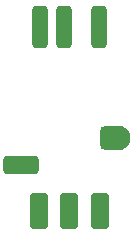
<source format=gbr>
G04 #@! TF.GenerationSoftware,KiCad,Pcbnew,(6.0.0-0)*
G04 #@! TF.CreationDate,2021-12-28T14:09:52-05:00*
G04 #@! TF.ProjectId,9DIN2VGA_Top,3944494e-3256-4474-915f-546f702e6b69,1*
G04 #@! TF.SameCoordinates,Original*
G04 #@! TF.FileFunction,Soldermask,Top*
G04 #@! TF.FilePolarity,Negative*
%FSLAX46Y46*%
G04 Gerber Fmt 4.6, Leading zero omitted, Abs format (unit mm)*
G04 Created by KiCad (PCBNEW (6.0.0-0)) date 2021-12-28 14:09:52*
%MOMM*%
%LPD*%
G01*
G04 APERTURE LIST*
G04 Aperture macros list*
%AMRoundRect*
0 Rectangle with rounded corners*
0 $1 Rounding radius*
0 $2 $3 $4 $5 $6 $7 $8 $9 X,Y pos of 4 corners*
0 Add a 4 corners polygon primitive as box body*
4,1,4,$2,$3,$4,$5,$6,$7,$8,$9,$2,$3,0*
0 Add four circle primitives for the rounded corners*
1,1,$1+$1,$2,$3*
1,1,$1+$1,$4,$5*
1,1,$1+$1,$6,$7*
1,1,$1+$1,$8,$9*
0 Add four rect primitives between the rounded corners*
20,1,$1+$1,$2,$3,$4,$5,0*
20,1,$1+$1,$4,$5,$6,$7,0*
20,1,$1+$1,$6,$7,$8,$9,0*
20,1,$1+$1,$8,$9,$2,$3,0*%
G04 Aperture macros list end*
%ADD10RoundRect,0.350800X-0.300000X-1.450000X0.300000X-1.450000X0.300000X1.450000X-0.300000X1.450000X0*%
%ADD11RoundRect,0.425800X-0.375000X-1.125000X0.375000X-1.125000X0.375000X1.125000X-0.375000X1.125000X0*%
%ADD12RoundRect,0.425800X1.125000X-0.375000X1.125000X0.375000X-1.125000X0.375000X-1.125000X-0.375000X0*%
%ADD13RoundRect,0.550800X-0.500000X-0.500000X0.500000X-0.500000X0.500000X0.500000X-0.500000X0.500000X0*%
%ADD14C,2.101600*%
G04 APERTURE END LIST*
D10*
X150730000Y-89690000D03*
X147730000Y-89690000D03*
X145720000Y-89690000D03*
D11*
X150770000Y-105310000D03*
X148210000Y-105310000D03*
X145680000Y-105310000D03*
D12*
X144160000Y-101390000D03*
D13*
X151830000Y-99110000D03*
D14*
X152300000Y-99110000D03*
M02*

</source>
